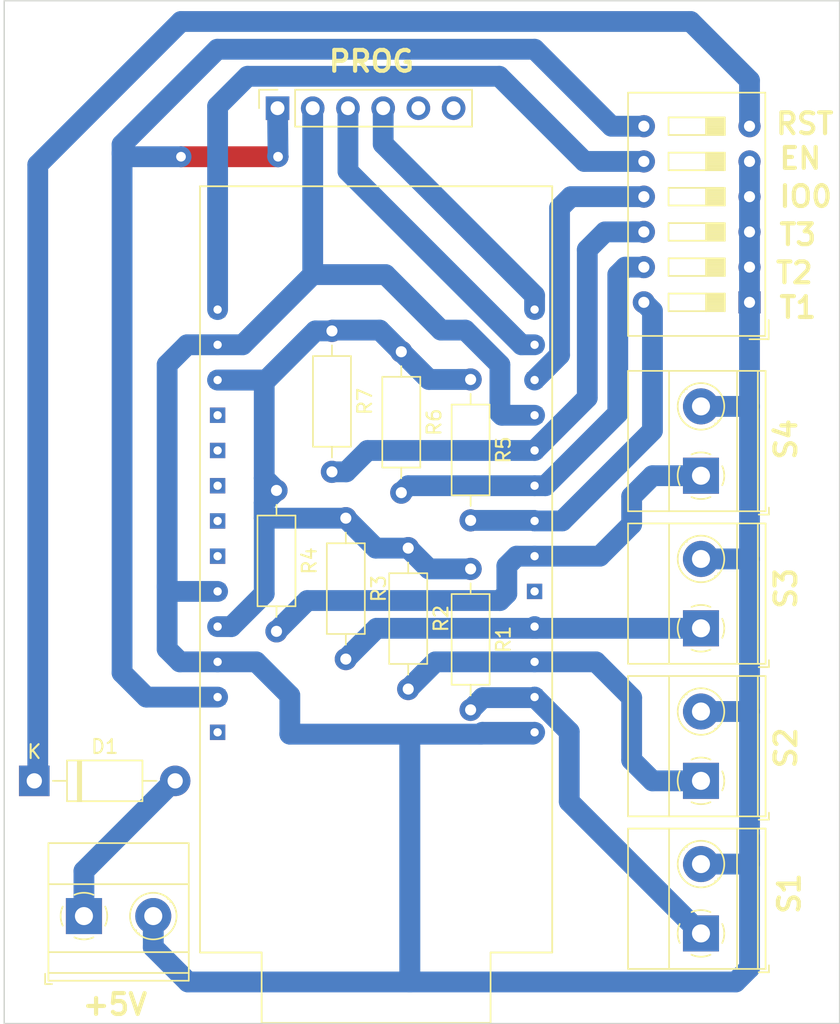
<source format=kicad_pcb>
(kicad_pcb (version 20240108) (generator "pcbnew") (generator_version "8.0")
  (layers (0 "F.Cu" signal) (31 "B.Cu" signal) (34 "B.Paste" user) (35 "F.Paste" user) (36 "B.SilkS" user "B.Silkscreen") (37 "F.SilkS" user "F.Silkscreen") (38 "B.Mask" user) (39 "F.Mask" user) (44 "Edge.Cuts" user))
  (net 0 "")
  (net 1 "S1")
  (net 2 "GND")
  (net 3 "S2")
  (net 4 "S3")
  (net 5 "S4")
  (net 6 "+5V")
  (net 7 "+3.3V")
  (net 8 "SW1")
  (net 9 "SW2")
  (net 10 "SW3")
  (net 11 "EN")
  (net 12 "IO0")
  (net 13 "RX")
  (net 14 "TX")
  (net 15 "RST")
  (net 16 "Net-(D1-A)")
  (footprint "Diode_THT:D_DO-41_SOD81_P10.16mm_Horizontal" (layer "F.Cu") (at 20.835 71.835)
    (property "Reference" "D1" (at 5.08 -2.47 0) (layer "F.SilkS"))
    (property "Value" "1N4007")
    (fp_line (start 1.34 0) (end 2.36 0) (stroke (width 0.12)) (layer "F.SilkS"))
    (fp_line (start 2.36 -1.47) (end 2.36 1.47) (stroke (width 0.12)) (layer "F.SilkS"))
    (fp_line (start 2.36 1.47) (end 7.8 1.47) (stroke (width 0.12)) (layer "F.SilkS"))
    (fp_line (start 3.14 -1.47) (end 3.14 1.47) (stroke (width 0.12)) (layer "F.SilkS"))
    (fp_line (start 3.26 -1.47) (end 3.26 1.47) (stroke (width 0.12)) (layer "F.SilkS"))
    (fp_line (start 3.38 -1.47) (end 3.38 1.47) (stroke (width 0.12)) (layer "F.SilkS"))
    (fp_line (start 7.8 -1.47) (end 2.36 -1.47) (stroke (width 0.12)) (layer "F.SilkS"))
    (fp_line (start 7.8 1.47) (end 7.8 -1.47) (stroke (width 0.12)) (layer "F.SilkS"))
    (fp_line (start 8.82 0) (end 7.8 0) (stroke (width 0.12)) (layer "F.SilkS"))
    (fp_text user "K" (at 0 -2.1 0) (layer "F.SilkS"))
    (pad "1" thru_hole rect (at 0 0) (size 2.2 2.2) (drill 1.1) (layers "*.Cu" "*.Mask") (net 6 "+5V"))
    (pad "2" thru_hole oval (at 10.16 0) (size 2.2 2.2) (drill 1.1) (layers "*.Cu" "*.Mask") (net 16 "Net-(D1-A)"))
  )
  (footprint "Resistor_THT:R_Axial_DIN0207_L6.3mm_D2.5mm_P10.16mm_Horizontal" (layer "F.Cu") (at 42.3015 39.395 -90)
    (property "Reference" "R7" (at 5.08 -2.37 90) (layer "F.SilkS"))
    (property "Value" "1k")
    (fp_line (start 1.81 1.37) (end 8.35 1.37) (stroke (width 0.12)) (layer "F.SilkS"))
    (fp_line (start 8.35 1.37) (end 8.35 -1.37) (stroke (width 0.12)) (layer "F.SilkS"))
    (fp_line (start 1.04 0) (end 1.81 0) (stroke (width 0.12)) (layer "F.SilkS"))
    (fp_line (start 9.12 0) (end 8.35 0) (stroke (width 0.12)) (layer "F.SilkS"))
    (fp_line (start 1.81 -1.37) (end 1.81 1.37) (stroke (width 0.12)) (layer "F.SilkS"))
    (fp_line (start 8.35 -1.37) (end 1.81 -1.37) (stroke (width 0.12)) (layer "F.SilkS"))
    (pad "1" thru_hole circle (at 0 0 270) (size 1.6 1.6) (drill 0.8) (layers "*.Cu" "*.Mask") (net 7 "+3.3V"))
    (pad "2" thru_hole oval (at 10.16 0 270) (size 1.6 1.6) (drill 0.8) (layers "*.Cu" "*.Mask") (net 10 "SW3"))
  )
  (footprint "TerminalBlock_Phoenix:TerminalBlock_Phoenix_MKDS-1,5-2_1x02_P5.00mm_Horizontal" (layer "F.Cu") (at 68.915 60.835 90)
    (property "Reference" "J3" (hide yes))
    (property "Value" "Screw_Terminal_01x02")
    (fp_line (start 7.56 -5.261) (end 7.56 4.66) (stroke (width 0.12)) (layer "F.SilkS"))
    (fp_line (start -2.56 -5.261) (end 7.56 -5.261) (stroke (width 0.12)) (layer "F.SilkS"))
    (fp_line (start -2.56 -5.261) (end -2.56 4.66) (stroke (width 0.12)) (layer "F.SilkS"))
    (fp_line (start -2.56 -2.301) (end 7.56 -2.301) (stroke (width 0.12)) (layer "F.SilkS"))
    (fp_line (start 6.07 -1.275) (end 6.035 -1.239) (stroke (width 0.12)) (layer "F.SilkS"))
    (fp_line (start 6.275 -1.069) (end 6.228 -1.023) (stroke (width 0.12)) (layer "F.SilkS"))
    (fp_line (start 3.773 1.023) (end 3.726 1.069) (stroke (width 0.12)) (layer "F.SilkS"))
    (fp_line (start 3.966 1.239) (end 3.931 1.274) (stroke (width 0.12)) (layer "F.SilkS"))
    (fp_line (start -2.56 2.6) (end 7.56 2.6) (stroke (width 0.12)) (layer "F.SilkS"))
    (fp_line (start -2.56 4.1) (end 7.56 4.1) (stroke (width 0.12)) (layer "F.SilkS"))
    (fp_line (start -2.8 4.16) (end -2.8 4.9) (stroke (width 0.12)) (layer "F.SilkS"))
    (fp_line (start -2.56 4.66) (end 7.56 4.66) (stroke (width 0.12)) (layer "F.SilkS"))
    (fp_line (start -2.8 4.9) (end -2.3 4.9) (stroke (width 0.12)) (layer "F.SilkS"))
    (fp_arc (start -0.683042 -1.535427) (mid 0.000524 -1.680501) (end 0.684 -1.535) (stroke (width 0.12)) (layer "F.SilkS"))
    (fp_arc (start 1.535427 -0.683042) (mid 1.680501 0.000524) (end 1.535 0.684) (stroke (width 0.12)) (layer "F.SilkS"))
    (fp_arc (start -1.535427 0.683042) (mid -1.680501 -0.000524) (end -1.535 -0.684) (stroke (width 0.12)) (layer "F.SilkS"))
    (fp_arc (start 0.683318 1.534756) (mid 0.349292 1.643288) (end 0 1.68) (stroke (width 0.12)) (layer "F.SilkS"))
    (fp_arc (start 0.028805 1.680253) (mid -0.335551 1.646659) (end -0.684 1.535) (stroke (width 0.12)) (layer "F.SilkS"))
    (fp_circle (center 5 0) (end 6.68 0) (stroke (width 0.12)) (fill none) (layer "F.SilkS"))
    (pad "1" thru_hole rect (at 0 0 90) (size 2.6 2.6) (drill 1.3) (layers "*.Cu" "*.Mask") (net 4 "S3"))
    (pad "2" thru_hole circle (at 5 0 90) (size 2.6 2.6) (drill 1.3) (layers "*.Cu" "*.Mask") (net 2 "GND"))
  )
  (footprint "TerminalBlock_Phoenix:TerminalBlock_Phoenix_MKDS-1,5-2_1x02_P5.00mm_Horizontal" (layer "F.Cu") (at 68.915 49.835 90)
    (property "Reference" "J4" (hide yes))
    (property "Value" "Screw_Terminal_01x02")
    (fp_line (start 7.56 -5.261) (end 7.56 4.66) (stroke (width 0.12)) (layer "F.SilkS"))
    (fp_line (start -2.56 -5.261) (end 7.56 -5.261) (stroke (width 0.12)) (layer "F.SilkS"))
    (fp_line (start -2.56 -5.261) (end -2.56 4.66) (stroke (width 0.12)) (layer "F.SilkS"))
    (fp_line (start -2.56 -2.301) (end 7.56 -2.301) (stroke (width 0.12)) (layer "F.SilkS"))
    (fp_line (start 6.07 -1.275) (end 6.035 -1.239) (stroke (width 0.12)) (layer "F.SilkS"))
    (fp_line (start 6.275 -1.069) (end 6.228 -1.023) (stroke (width 0.12)) (layer "F.SilkS"))
    (fp_line (start 3.773 1.023) (end 3.726 1.069) (stroke (width 0.12)) (layer "F.SilkS"))
    (fp_line (start 3.966 1.239) (end 3.931 1.274) (stroke (width 0.12)) (layer "F.SilkS"))
    (fp_line (start -2.56 2.6) (end 7.56 2.6) (stroke (width 0.12)) (layer "F.SilkS"))
    (fp_line (start -2.56 4.1) (end 7.56 4.1) (stroke (width 0.12)) (layer "F.SilkS"))
    (fp_line (start -2.8 4.16) (end -2.8 4.9) (stroke (width 0.12)) (layer "F.SilkS"))
    (fp_line (start -2.56 4.66) (end 7.56 4.66) (stroke (width 0.12)) (layer "F.SilkS"))
    (fp_line (start -2.8 4.9) (end -2.3 4.9) (stroke (width 0.12)) (layer "F.SilkS"))
    (fp_arc (start -0.683042 -1.535427) (mid 0.000524 -1.680501) (end 0.684 -1.535) (stroke (width 0.12)) (layer "F.SilkS"))
    (fp_arc (start 1.535427 -0.683042) (mid 1.680501 0.000524) (end 1.535 0.684) (stroke (width 0.12)) (layer "F.SilkS"))
    (fp_arc (start -1.535427 0.683042) (mid -1.680501 -0.000524) (end -1.535 -0.684) (stroke (width 0.12)) (layer "F.SilkS"))
    (fp_arc (start 0.683318 1.534756) (mid 0.349292 1.643288) (end 0 1.68) (stroke (width 0.12)) (layer "F.SilkS"))
    (fp_arc (start 0.028805 1.680253) (mid -0.335551 1.646659) (end -0.684 1.535) (stroke (width 0.12)) (layer "F.SilkS"))
    (fp_circle (center 5 0) (end 6.68 0) (stroke (width 0.12)) (fill none) (layer "F.SilkS"))
    (pad "1" thru_hole rect (at 0 0 90) (size 2.6 2.6) (drill 1.3) (layers "*.Cu" "*.Mask") (net 5 "S4"))
    (pad "2" thru_hole circle (at 5 0 90) (size 2.6 2.6) (drill 1.3) (layers "*.Cu" "*.Mask") (net 2 "GND"))
  )
  (footprint "TerminalBlock_Phoenix:TerminalBlock_Phoenix_MKDS-1,5-2_1x02_P5.00mm_Horizontal" (layer "F.Cu") (at 68.915 82.835 90)
    (property "Reference" "J1" (hide yes))
    (property "Value" "Screw_Terminal_01x02")
    (fp_line (start 7.56 -5.261) (end 7.56 4.66) (stroke (width 0.12)) (layer "F.SilkS"))
    (fp_line (start -2.56 -5.261) (end 7.56 -5.261) (stroke (width 0.12)) (layer "F.SilkS"))
    (fp_line (start -2.56 -5.261) (end -2.56 4.66) (stroke (width 0.12)) (layer "F.SilkS"))
    (fp_line (start -2.56 -2.301) (end 7.56 -2.301) (stroke (width 0.12)) (layer "F.SilkS"))
    (fp_line (start 6.07 -1.275) (end 6.035 -1.239) (stroke (width 0.12)) (layer "F.SilkS"))
    (fp_line (start 6.275 -1.069) (end 6.228 -1.023) (stroke (width 0.12)) (layer "F.SilkS"))
    (fp_line (start 3.773 1.023) (end 3.726 1.069) (stroke (width 0.12)) (layer "F.SilkS"))
    (fp_line (start 3.966 1.239) (end 3.931 1.274) (stroke (width 0.12)) (layer "F.SilkS"))
    (fp_line (start -2.56 2.6) (end 7.56 2.6) (stroke (width 0.12)) (layer "F.SilkS"))
    (fp_line (start -2.56 4.1) (end 7.56 4.1) (stroke (width 0.12)) (layer "F.SilkS"))
    (fp_line (start -2.8 4.16) (end -2.8 4.9) (stroke (width 0.12)) (layer "F.SilkS"))
    (fp_line (start -2.56 4.66) (end 7.56 4.66) (stroke (width 0.12)) (layer "F.SilkS"))
    (fp_line (start -2.8 4.9) (end -2.3 4.9) (stroke (width 0.12)) (layer "F.SilkS"))
    (fp_arc (start -0.683042 -1.535427) (mid 0.000524 -1.680501) (end 0.684 -1.535) (stroke (width 0.12)) (layer "F.SilkS"))
    (fp_arc (start 1.535427 -0.683042) (mid 1.680501 0.000524) (end 1.535 0.684) (stroke (width 0.12)) (layer "F.SilkS"))
    (fp_arc (start -1.535427 0.683042) (mid -1.680501 -0.000524) (end -1.535 -0.684) (stroke (width 0.12)) (layer "F.SilkS"))
    (fp_arc (start 0.683318 1.534756) (mid 0.349292 1.643288) (end 0 1.68) (stroke (width 0.12)) (layer "F.SilkS"))
    (fp_arc (start 0.028805 1.680253) (mid -0.335551 1.646659) (end -0.684 1.535) (stroke (width 0.12)) (layer "F.SilkS"))
    (fp_circle (center 5 0) (end 6.68 0) (stroke (width 0.12)) (fill none) (layer "F.SilkS"))
    (pad "1" thru_hole rect (at 0 0 90) (size 2.6 2.6) (drill 1.3) (layers "*.Cu" "*.Mask") (net 1 "S1"))
    (pad "2" thru_hole circle (at 5 0 90) (size 2.6 2.6) (drill 1.3) (layers "*.Cu" "*.Mask") (net 2 "GND"))
  )
  (footprint "TerminalBlock_Phoenix:TerminalBlock_Phoenix_MKDS-1,5-2_1x02_P5.00mm_Horizontal" (layer "F.Cu") (at 24.415 81.585)
    (property "Reference" "J5" (hide yes))
    (property "Value" "Screw_Terminal_01x02")
    (fp_line (start -2.8 4.16) (end -2.8 4.9) (stroke (width 0.12)) (layer "F.SilkS"))
    (fp_line (start -2.8 4.9) (end -2.3 4.9) (stroke (width 0.12)) (layer "F.SilkS"))
    (fp_line (start -2.56 -5.261) (end -2.56 4.66) (stroke (width 0.12)) (layer "F.SilkS"))
    (fp_line (start -2.56 -5.261) (end 7.56 -5.261) (stroke (width 0.12)) (layer "F.SilkS"))
    (fp_line (start -2.56 -2.301) (end 7.56 -2.301) (stroke (width 0.12)) (layer "F.SilkS"))
    (fp_line (start -2.56 2.6) (end 7.56 2.6) (stroke (width 0.12)) (layer "F.SilkS"))
    (fp_line (start -2.56 4.1) (end 7.56 4.1) (stroke (width 0.12)) (layer "F.SilkS"))
    (fp_line (start -2.56 4.66) (end 7.56 4.66) (stroke (width 0.12)) (layer "F.SilkS"))
    (fp_line (start 3.773 1.023) (end 3.726 1.069) (stroke (width 0.12)) (layer "F.SilkS"))
    (fp_line (start 3.966 1.239) (end 3.931 1.274) (stroke (width 0.12)) (layer "F.SilkS"))
    (fp_line (start 6.07 -1.275) (end 6.035 -1.239) (stroke (width 0.12)) (layer "F.SilkS"))
    (fp_line (start 6.275 -1.069) (end 6.228 -1.023) (stroke (width 0.12)) (layer "F.SilkS"))
    (fp_line (start 7.56 -5.261) (end 7.56 4.66) (stroke (width 0.12)) (layer "F.SilkS"))
    (fp_arc (start -1.535427 0.683042) (mid -1.680501 -0.000524) (end -1.535 -0.684) (stroke (width 0.12)) (layer "F.SilkS"))
    (fp_arc (start -0.683042 -1.535427) (mid 0.000524 -1.680501) (end 0.684 -1.535) (stroke (width 0.12)) (layer "F.SilkS"))
    (fp_arc (start 0.028805 1.680253) (mid -0.335551 1.646659) (end -0.684 1.535) (stroke (width 0.12)) (layer "F.SilkS"))
    (fp_arc (start 0.683318 1.534756) (mid 0.349292 1.643288) (end 0 1.68) (stroke (width 0.12)) (layer "F.SilkS"))
    (fp_arc (start 1.535427 -0.683042) (mid 1.680501 0.000524) (end 1.535 0.684) (stroke (width 0.12)) (layer "F.SilkS"))
    (fp_circle (center 5 0) (end 6.68 0) (stroke (width 0.12)) (fill none) (layer "F.SilkS"))
    (pad "1" thru_hole rect (at 0 0) (size 2.6 2.6) (drill 1.3) (layers "*.Cu" "*.Mask") (net 16 "Net-(D1-A)"))
    (pad "2" thru_hole circle (at 5 0) (size 2.6 2.6) (drill 1.3) (layers "*.Cu" "*.Mask") (net 2 "GND"))
  )
  (footprint "Resistor_THT:R_Axial_DIN0207_L6.3mm_D2.5mm_P10.16mm_Horizontal" (layer "F.Cu") (at 47.8015 55.055 -90)
    (property "Reference" "R2" (at 5.08 -2.37 90) (layer "F.SilkS"))
    (property "Value" "1k")
    (fp_line (start 1.81 1.37) (end 8.35 1.37) (stroke (width 0.12)) (layer "F.SilkS"))
    (fp_line (start 8.35 1.37) (end 8.35 -1.37) (stroke (width 0.12)) (layer "F.SilkS"))
    (fp_line (start 1.04 0) (end 1.81 0) (stroke (width 0.12)) (layer "F.SilkS"))
    (fp_line (start 9.12 0) (end 8.35 0) (stroke (width 0.12)) (layer "F.SilkS"))
    (fp_line (start 1.81 -1.37) (end 1.81 1.37) (stroke (width 0.12)) (layer "F.SilkS"))
    (fp_line (start 8.35 -1.37) (end 1.81 -1.37) (stroke (width 0.12)) (layer "F.SilkS"))
    (pad "1" thru_hole circle (at 0 0 270) (size 1.6 1.6) (drill 0.8) (layers "*.Cu" "*.Mask") (net 7 "+3.3V"))
    (pad "2" thru_hole oval (at 10.16 0 270) (size 1.6 1.6) (drill 0.8) (layers "*.Cu" "*.Mask") (net 3 "S2"))
  )
  (footprint "Resistor_THT:R_Axial_DIN0207_L6.3mm_D2.5mm_P10.16mm_Horizontal" (layer "F.Cu") (at 43.3015 52.895 -90)
    (property "Reference" "R3" (at 5.08 -2.37 90) (layer "F.SilkS"))
    (property "Value" "1k")
    (fp_line (start 1.81 1.37) (end 8.35 1.37) (stroke (width 0.12)) (layer "F.SilkS"))
    (fp_line (start 8.35 1.37) (end 8.35 -1.37) (stroke (width 0.12)) (layer "F.SilkS"))
    (fp_line (start 1.04 0) (end 1.81 0) (stroke (width 0.12)) (layer "F.SilkS"))
    (fp_line (start 9.12 0) (end 8.35 0) (stroke (width 0.12)) (layer "F.SilkS"))
    (fp_line (start 1.81 -1.37) (end 1.81 1.37) (stroke (width 0.12)) (layer "F.SilkS"))
    (fp_line (start 8.35 -1.37) (end 1.81 -1.37) (stroke (width 0.12)) (layer "F.SilkS"))
    (pad "1" thru_hole circle (at 0 0 270) (size 1.6 1.6) (drill 0.8) (layers "*.Cu" "*.Mask") (net 7 "+3.3V"))
    (pad "2" thru_hole oval (at 10.16 0 270) (size 1.6 1.6) (drill 0.8) (layers "*.Cu" "*.Mask") (net 4 "S3"))
  )
  (footprint "Resistor_THT:R_Axial_DIN0207_L6.3mm_D2.5mm_P10.16mm_Horizontal" (layer "F.Cu") (at 47.3015 40.895 -90)
    (property "Reference" "R6" (at 5.08 -2.37 90) (layer "F.SilkS"))
    (property "Value" "1k")
    (fp_line (start 1.81 1.37) (end 8.35 1.37) (stroke (width 0.12)) (layer "F.SilkS"))
    (fp_line (start 8.35 1.37) (end 8.35 -1.37) (stroke (width 0.12)) (layer "F.SilkS"))
    (fp_line (start 1.04 0) (end 1.81 0) (stroke (width 0.12)) (layer "F.SilkS"))
    (fp_line (start 9.12 0) (end 8.35 0) (stroke (width 0.12)) (layer "F.SilkS"))
    (fp_line (start 1.81 -1.37) (end 1.81 1.37) (stroke (width 0.12)) (layer "F.SilkS"))
    (fp_line (start 8.35 -1.37) (end 1.81 -1.37) (stroke (width 0.12)) (layer "F.SilkS"))
    (pad "1" thru_hole circle (at 0 0 270) (size 1.6 1.6) (drill 0.8) (layers "*.Cu" "*.Mask") (net 7 "+3.3V"))
    (pad "2" thru_hole oval (at 10.16 0 270) (size 1.6 1.6) (drill 0.8) (layers "*.Cu" "*.Mask") (net 9 "SW2"))
  )
  (footprint "Connector_PinSocket_2.54mm:PinSocket_1x06_P2.54mm_Vertical" (layer "F.Cu") (at 38.375 23.335 90)
    (property "Reference" "J6" (hide yes))
    (property "Value" "Conn_01x06")
    (fp_line (start 1.33 -1.33) (end 1.33 0) (stroke (width 0.12)) (layer "F.SilkS"))
    (fp_line (start 0 -1.33) (end 1.33 -1.33) (stroke (width 0.12)) (layer "F.SilkS"))
    (fp_line (start 1.33 1.27) (end 1.33 14.03) (stroke (width 0.12)) (layer "F.SilkS"))
    (fp_line (start -1.33 1.27) (end 1.33 1.27) (stroke (width 0.12)) (layer "F.SilkS"))
    (fp_line (start -1.33 1.27) (end -1.33 14.03) (stroke (width 0.12)) (layer "F.SilkS"))
    (fp_line (start -1.33 14.03) (end 1.33 14.03) (stroke (width 0.12)) (layer "F.SilkS"))
    (pad "1" thru_hole rect (at 0 0 90) (size 1.7 1.7) (drill 1) (layers "*.Cu" "*.Mask") (net 15 "RST"))
    (pad "2" thru_hole oval (at 0 2.54 90) (size 1.7 1.7) (drill 1) (layers "*.Cu" "*.Mask") (net 2 "GND"))
    (pad "3" thru_hole oval (at 0 5.08 90) (size 1.7 1.7) (drill 1) (layers "*.Cu" "*.Mask") (net 13 "RX"))
    (pad "4" thru_hole oval (at 0 7.62 90) (size 1.7 1.7) (drill 1) (layers "*.Cu" "*.Mask") (net 14 "TX"))
    (pad "5" thru_hole oval (at 0 10.16 90) (size 1.7 1.7) (drill 1) (layers "*.Cu" "*.Mask"))
    (pad "6" thru_hole oval (at 0 12.7 90) (size 1.7 1.7) (drill 1) (layers "*.Cu" "*.Mask"))
  )
  (footprint "Button_Switch_THT:SW_DIP_SPSTx06_Slide_9.78x17.42mm_W7.62mm_P2.54mm" (layer "F.Cu") (at 72.415 37.335 180)
    (property "Reference" "SW1" (hide yes))
    (property "Value" "SW_DIP_x06")
    (fp_line (start 8.76 -2.42) (end 8.76 15.12) (stroke (width 0.12)) (layer "F.SilkS"))
    (fp_line (start 5.84 13.335) (end 5.84 12.065) (stroke (width 0.12)) (layer "F.SilkS"))
    (fp_line (start 5.84 12.065) (end 1.78 12.065) (stroke (width 0.12)) (layer "F.SilkS"))
    (fp_line (start 5.84 10.795) (end 5.84 9.525) (stroke (width 0.12)) (layer "F.SilkS"))
    (fp_line (start 5.84 9.525) (end 1.78 9.525) (stroke (width 0.12)) (layer "F.SilkS"))
    (fp_line (start 5.84 8.255) (end 5.84 6.985) (stroke (width 0.12)) (layer "F.SilkS"))
    (fp_line (start 5.84 6.985) (end 1.78 6.985) (stroke (width 0.12)) (layer "F.SilkS"))
    (fp_line (start 5.84 5.715) (end 5.84 4.445) (stroke (width 0.12)) (layer "F.SilkS"))
    (fp_line (start 5.84 4.445) (end 1.78 4.445) (stroke (width 0.12)) (layer "F.SilkS"))
    (fp_line (start 5.84 3.175) (end 5.84 1.905) (stroke (width 0.12)) (layer "F.SilkS"))
    (fp_line (start 5.84 1.905) (end 1.78 1.905) (stroke (width 0.12)) (layer "F.SilkS"))
    (fp_line (start 5.84 0.635) (end 5.84 -0.635) (stroke (width 0.12)) (layer "F.SilkS"))
    (fp_line (start 5.84 -0.635) (end 1.78 -0.635) (stroke (width 0.12)) (layer "F.SilkS"))
    (fp_line (start 3.133333 12.065) (end 3.133333 13.335) (stroke (width 0.12)) (layer "F.SilkS"))
    (fp_line (start 3.133333 9.525) (end 3.133333 10.795) (stroke (width 0.12)) (layer "F.SilkS"))
    (fp_line (start 3.133333 6.985) (end 3.133333 8.255) (stroke (width 0.12)) (layer "F.SilkS"))
    (fp_line (start 3.133333 4.445) (end 3.133333 5.715) (stroke (width 0.12)) (layer "F.SilkS"))
    (fp_line (start 3.133333 1.905) (end 3.133333 3.175) (stroke (width 0.12)) (layer "F.SilkS"))
    (fp_line (start 3.133333 -0.635) (end 3.133333 0.635) (stroke (width 0.12)) (layer "F.SilkS"))
    (fp_line (start 1.78 13.335) (end 5.84 13.335) (stroke (width 0.12)) (layer "F.SilkS"))
    (fp_line (start 1.78 13.265) (end 3.133333 13.265) (stroke (width 0.12)) (layer "F.SilkS"))
    (fp_line (start 1.78 13.145) (end 3.133333 13.145) (stroke (width 0.12)) (layer "F.SilkS"))
    (fp_line (start 1.78 13.025) (end 3.133333 13.025) (stroke (width 0.12)) (layer "F.SilkS"))
    (fp_line (start 1.78 12.905) (end 3.133333 12.905) (stroke (width 0.12)) (layer "F.SilkS"))
    (fp_line (start 1.78 12.785) (end 3.133333 12.785) (stroke (width 0.12)) (layer "F.SilkS"))
    (fp_line (start 1.78 12.665) (end 3.133333 12.665) (stroke (width 0.12)) (layer "F.SilkS"))
    (fp_line (start 1.78 12.545) (end 3.133333 12.545) (stroke (width 0.12)) (layer "F.SilkS"))
    (fp_line (start 1.78 12.425) (end 3.133333 12.425) (stroke (width 0.12)) (layer "F.SilkS"))
    (fp_line (start 1.78 12.305) (end 3.133333 12.305) (stroke (width 0.12)) (layer "F.SilkS"))
    (fp_line (start 1.78 12.185) (end 3.133333 12.185) (stroke (width 0.12)) (layer "F.SilkS"))
    (fp_line (start 1.78 12.065) (end 1.78 13.335) (stroke (width 0.12)) (layer "F.SilkS"))
    (fp_line (start 1.78 10.795) (end 5.84 10.795) (stroke (width 0.12)) (layer "F.SilkS"))
    (fp_line (start 1.78 10.725) (end 3.133333 10.725) (stroke (width 0.12)) (layer "F.SilkS"))
    (fp_line (start 1.78 10.605) (end 3.133333 10.605) (stroke (width 0.12)) (layer "F.SilkS"))
    (fp_line (start 1.78 10.485) (end 3.133333 10.485) (stroke (width 0.12)) (layer "F.SilkS"))
    (fp_line (start 1.78 10.365) (end 3.133333 10.365) (stroke (width 0.12)) (layer "F.SilkS"))
    (fp_line (start 1.78 10.245) (end 3.133333 10.245) (stroke (width 0.12)) (layer "F.SilkS"))
    (fp_line (start 1.78 10.125) (end 3.133333 10.125) (stroke (width 0.12)) (layer "F.SilkS"))
    (fp_line (start 1.78 10.005) (end 3.133333 10.005) (stroke (width 0.12)) (layer "F.SilkS"))
    (fp_line (start 1.78 9.885) (end 3.133333 9.885) (stroke (width 0.12)) (layer "F.SilkS"))
    (fp_line (start 1.78 9.765) (end 3.133333 9.765) (stroke (width 0.12)) (layer "F.SilkS"))
    (fp_line (start 1.78 9.645) (end 3.133333 9.645) (stroke (width 0.12)) (layer "F.SilkS"))
    (fp_line (start 1.78 9.525) (end 1.78 10.795) (stroke (width 0.12)) (layer "F.SilkS"))
    (fp_line (start 1.78 8.255) (end 5.84 8.255) (stroke (width 0.12)) (layer "F.SilkS"))
    (fp_line (start 1.78 8.185) (end 3.133333 8.185) (stroke (width 0.12)) (layer "F.SilkS"))
    (fp_line (start 1.78 8.065) (end 3.133333 8.065) (stroke (width 0.12)) (layer "F.SilkS"))
    (fp_line (start 1.78 7.945) (end 3.133333 7.945) (stroke (width 0.12)) (layer "F.SilkS"))
    (fp_line (start 1.78 7.825) (end 3.133333 7.825) (stroke (width 0.12)) (layer "F.SilkS"))
    (fp_line (start 1.78 7.705) (end 3.133333 7.705) (stroke (width 0.12)) (layer "F.SilkS"))
    (fp_line (start 1.78 7.585) (end 3.133333 7.585) (stroke (width 0.12)) (layer "F.SilkS"))
    (fp_line (start 1.78 7.465) (end 3.133333 7.465) (stroke (width 0.12)) (layer "F.SilkS"))
    (fp_line (start 1.78 7.345) (end 3.133333 7.345) (stroke (width 0.12)) (layer "F.SilkS"))
    (fp_line (start 1.78 7.225) (end 3.133333 7.225) (stroke (width 0.12)) (layer "F.SilkS"))
    (fp_line (start 1.78 7.105) (end 3.133333 7.105) (stroke (width 0.12)) (layer "F.SilkS"))
    (fp_line (start 1.78 6.985) (end 1.78 8.255) (stroke (width 0.12)) (layer "F.SilkS"))
    (fp_line (start 1.78 5.715) (end 5.84 5.715) (stroke (width 0.12)) (layer "F.SilkS"))
    (fp_line (start 1.78 5.645) (end 3.133333 5.645) (stroke (width 0.12)) (layer "F.SilkS"))
    (fp_line (start 1.78 5.525) (end 3.133333 5.525) (stroke (width 0.12)) (layer "F.SilkS"))
    (fp_line (start 1.78 5.405) (end 3.133333 5.405) (stroke (width 0.12)) (layer "F.SilkS"))
    (fp_line (start 1.78 5.285) (end 3.133333 5.285) (stroke (width 0.12)) (layer "F.SilkS"))
    (fp_line (start 1.78 5.165) (end 3.133333 5.165) (stroke (width 0.12)) (layer "F.SilkS"))
    (fp_line (start 1.78 5.045) (end 3.133333 5.045) (stroke (width 0.12)) (layer "F.SilkS"))
    (fp_line (start 1.78 4.925) (end 3.133333 4.925) (stroke (width 0.12)) (layer "F.SilkS"))
    (fp_line (start 1.78 4.805) (end 3.133333 4.805) (stroke (width 0.12)) (layer "F.SilkS"))
    (fp_line (start 1.78 4.685) (end 3.133333 4.685) (stroke (width 0.12)) (layer "F.SilkS"))
    (fp_line (start 1.78 4.565) (end 3.133333 4.565) (stroke (width 0.12)) (layer "F.SilkS"))
    (fp_line (start 1.78 4.445) (end 1.78 5.715) (stroke (width 0.12)) (layer "F.SilkS"))
    (fp_line (start 1.78 3.175) (end 5.84 3.175) (stroke (width 0.12)) (layer "F.SilkS"))
    (fp_line (start 1.78 3.105) (end 3.133333 3.105) (stroke (width 0.12)) (layer "F.SilkS"))
    (fp_line (start 1.78 2.985) (end 3.133333 2.985) (stroke (width 0.12)) (layer "F.SilkS"))
    (fp_line (start 1.78 2.865) (end 3.133333 2.865) (stroke (width 0.12)) (layer "F.SilkS"))
    (fp_line (start 1.78 2.745) (end 3.133333 2.745) (stroke (width 0.12)) (layer "F.SilkS"))
    (fp_line (start 1.78 2.625) (end 3.133333 2.625) (stroke (width 0.12)) (layer "F.SilkS"))
    (fp_line (start 1.78 2.505) (end 3.133333 2.505) (stroke (width 0.12)) (layer "F.SilkS"))
    (fp_line (start 1.78 2.385) (end 3.133333 2.385) (stroke (width 0.12)) (layer "F.SilkS"))
    (fp_line (start 1.78 2.265) (end 3.133333 2.265) (stroke (width 0.12)) (layer "F.SilkS"))
    (fp_line (start 1.78 2.145) (end 3.133333 2.145) (stroke (width 0.12)) (layer "F.SilkS"))
    (fp_line (start 1.78 2.025) (end 3.133333 2.025) (stroke (width 0.12)) (layer "F.SilkS"))
    (fp_line (start 1.78 1.905) (end 1.78 3.175) (stroke (width 0.12)) (layer "F.SilkS"))
    (fp_line (start 1.78 0.635) (end 5.84 0.635) (stroke (width 0.12)) (layer "F.SilkS"))
    (fp_line (start 1.78 0.565) (end 3.133333 0.565) (stroke (width 0.12)) (layer "F.SilkS"))
    (fp_line (start 1.78 0.445) (end 3.133333 0.445) (stroke (width 0.12)) (layer "F.SilkS"))
    (fp_line (start 1.78 0.325) (end 3.133333 0.325) (stroke (width 0.12)) (layer "F.SilkS"))
    (fp_line (start 1.78 0.205) (end 3.133333 0.205) (stroke (width 0.12)) (layer "F.SilkS"))
    (fp_line (start 1.78 0.085) (end 3.133333 0.085) (stroke (width 0.12)) (layer "F.SilkS"))
    (fp_line (start 1.78 -0.035) (end 3.133333 -0.035) (stroke (width 0.12)) (layer "F.SilkS"))
    (fp_line (start 1.78 -0.155) (end 3.133333 -0.155) (stroke (width 0.12)) (layer "F.SilkS"))
    (fp_line (start 1.78 -0.275) (end 3.133333 -0.275) (stroke (width 0.12)) (layer "F.SilkS"))
    (fp_line (start 1.78 -0.395) (end 3.133333 -0.395) (stroke (width 0.12)) (layer "F.SilkS"))
    (fp_line (start 1.78 -0.515) (end 3.133333 -0.515) (stroke (width 0.12)) (layer "F.SilkS"))
    (fp_line (start 1.78 -0.635) (end 1.78 0.635) (stroke (width 0.12)) (layer "F.SilkS"))
    (fp_line (start -1.14 15.12) (end 8.76 15.12) (stroke (width 0.12)) (layer "F.SilkS"))
    (fp_line (start -1.14 -2.42) (end 8.76 -2.42) (stroke (width 0.12)) (layer "F.SilkS"))
    (fp_line (start -1.14 -2.42) (end -1.14 15.12) (stroke (width 0.12)) (layer "F.SilkS"))
    (fp_line (start -1.38 -2.66) (end 0.004 -2.66) (stroke (width 0.12)) (layer "F.SilkS"))
    (fp_line (start -1.38 -2.66) (end -1.38 -1.277) (stroke (width 0.12)) (layer "F.SilkS"))
    (pad "1" thru_hole rect (at 0 0 180) (size 1.6 1.6) (drill 0.8) (layers "*.Cu" "*.Mask") (net 2 "GND"))
    (pad "2" thru_hole oval (at 0 2.54 180) (size 1.6 1.6) (drill 0.8) (layers "*.Cu" "*.Mask") (net 2 "GND"))
    (pad "3" thru_hole oval (at 0 5.08 180) (size 1.6 1.6) (drill 0.8) (layers "*.Cu" "*.Mask") (net 2 "GND"))
    (pad "4" thru_hole oval (at 0 7.62 180) (size 1.6 1.6) (drill 0.8) (layers "*.Cu" "*.Mask") (net 2 "GND"))
    (pad "5" thru_hole oval (at 0 10.16 180) (size 1.6 1.6) (drill 0.8) (layers "*.Cu" "*.Mask") (net 2 "GND"))
    (pad "6" thru_hole oval (at 0 12.7 180) (size 1.6 1.6) (drill 0.8) (layers "*.Cu" "*.Mask") (net 6 "+5V"))
    (pad "7" thru_hole oval (at 7.62 12.7 180) (size 1.6 1.6) (drill 0.8) (layers "*.Cu" "*.Mask") (net 15 "RST"))
    (pad "8" thru_hole oval (at 7.62 10.16 180) (size 1.6 1.6) (drill 0.8) (layers "*.Cu" "*.Mask") (net 11 "EN"))
    (pad "9" thru_hole oval (at 7.62 7.62 180) (size 1.6 1.6) (drill 0.8) (layers "*.Cu" "*.Mask") (net 12 "IO0"))
    (pad "10" thru_hole oval (at 7.62 5.08 180) (size 1.6 1.6) (drill 0.8) (layers "*.Cu" "*.Mask") (net 10 "SW3"))
    (pad "11" thru_hole oval (at 7.62 2.54 180) (size 1.6 1.6) (drill 0.8) (layers "*.Cu" "*.Mask") (net 9 "SW2"))
    (pad "12" thru_hole oval (at 7.62 0 180) (size 1.6 1.6) (drill 0.8) (layers "*.Cu" "*.Mask") (net 8 "SW1"))
  )
  (footprint "Resistor_THT:R_Axial_DIN0207_L6.3mm_D2.5mm_P10.16mm_Horizontal" (layer "F.Cu") (at 52.3015 42.895 -90)
    (property "Reference" "R5" (at 5.08 -2.37 90) (layer "F.SilkS"))
    (property "Value" "1k")
    (fp_line (start 1.81 1.37) (end 8.35 1.37) (stroke (width 0.12)) (layer "F.SilkS"))
    (fp_line (start 8.35 1.37) (end 8.35 -1.37) (stroke (width 0.12)) (layer "F.SilkS"))
    (fp_line (start 1.04 0) (end 1.81 0) (stroke (width 0.12)) (layer "F.SilkS"))
    (fp_line (start 9.12 0) (end 8.35 0) (stroke (width 0.12)) (layer "F.SilkS"))
    (fp_line (start 1.81 -1.37) (end 1.81 1.37) (stroke (width 0.12)) (layer "F.SilkS"))
    (fp_line (start 8.35 -1.37) (end 1.81 -1.37) (stroke (width 0.12)) (layer "F.SilkS"))
    (pad "1" thru_hole circle (at 0 0 270) (size 1.6 1.6) (drill 0.8) (layers "*.Cu" "*.Mask") (net 7 "+3.3V"))
    (pad "2" thru_hole oval (at 10.16 0 270) (size 1.6 1.6) (drill 0.8) (layers "*.Cu" "*.Mask") (net 8 "SW1"))
  )
  (footprint "Componentes:WT32-ETH01" (layer "F.Cu") (at 33.42 37.855)
    (property "Reference" "U1" (hide yes))
    (property "Value" "WT32-ETH01" (hide yes))
    (fp_line (start -0.635 -8.89) (end -0.635 46.355) (stroke (width 0.127)) (layer "F.SilkS"))
    (fp_line (start -0.635 -8.89) (end 24.765 -8.89) (stroke (width 0.127)) (layer "F.SilkS"))
    (fp_line (start -0.635 46.355) (end 3.81 46.355) (stroke (width 0.127)) (layer "F.SilkS"))
    (fp_line (start 3.81 46.355) (end 3.81 51.435) (stroke (width 0.127)) (layer "F.SilkS"))
    (fp_line (start 3.81 51.435) (end 20.32 51.435) (stroke (width 0.127)) (layer "F.SilkS"))
    (fp_line (start 20.32 51.435) (end 20.32 46.355) (stroke (width 0.127)) (layer "F.SilkS"))
    (fp_line (start 24.765 -8.89) (end 24.765 46.355) (stroke (width 0.127)) (layer "F.SilkS"))
    (fp_line (start 24.765 46.355) (end 20.32 46.355) (stroke (width 0.127)) (layer "F.SilkS"))
    (pad "3V3" thru_hole rect (at 0.635 5.08) (size 1.108 1.108) (drill 0.6) (layers "*.Cu" "*.Mask") (net 7 "+3.3V"))
    (pad "3V3@1" thru_hole rect (at 0.635 22.86) (size 1.108 1.108) (drill 0.6) (layers "*.Cu" "*.Mask") (net 7 "+3.3V"))
    (pad "5V" thru_hole rect (at 0.635 27.94) (size 1.108 1.108) (drill 0.6) (layers "*.Cu" "*.Mask") (net 15 "RST"))
    (pad "485_EN" thru_hole rect (at 0.635 12.7) (size 1.108 1.108) (drill 0.6) (layers "*.Cu" "*.Mask"))
    (pad "CFG" thru_hole rect (at 0.635 10.16) (size 1.108 1.108) (drill 0.6) (layers "*.Cu" "*.Mask"))
    (pad "EN" thru_hole rect (at 0.635 0) (size 1.108 1.108) (drill 0.6) (layers "*.Cu" "*.Mask") (net 11 "EN"))
    (pad "EN@1" thru_hole rect (at 0.635 7.62) (size 1.108 1.108) (drill 0.6) (layers "*.Cu" "*.Mask"))
    (pad "GND" thru_hole rect (at 0.635 2.54) (size 1.108 1.108) (drill 0.6) (layers "*.Cu" "*.Mask") (net 2 "GND"))
    (pad "GND@1" thru_hole rect (at 0.635 20.32) (size 1.108 1.108) (drill 0.6) (layers "*.Cu" "*.Mask") (net 2 "GND"))
    (pad "GND@2" thru_hole rect (at 0.635 25.4) (size 1.108 1.108) (drill 0.6) (layers "*.Cu" "*.Mask") (net 2 "GND"))
    (pad "GND@3" thru_hole rect (at 23.495 7.62) (size 1.108 1.108) (drill 0.6) (layers "*.Cu" "*.Mask") (net 2 "GND"))
    (pad "GND@4" thru_hole rect (at 23.495 30.48) (size 1.108 1.108) (drill 0.6) (layers "*.Cu" "*.Mask") (net 2 "GND"))
    (pad "IO0" thru_hole rect (at 23.495 5.08) (size 1.108 1.108) (drill 0.6) (layers "*.Cu" "*.Mask") (net 12 "IO0"))
    (pad "IO2" thru_hole rect (at 23.495 27.94) (size 1.108 1.108) (drill 0.6) (layers "*.Cu" "*.Mask") (net 1 "S1"))
    (pad "IO4" thru_hole rect (at 23.495 25.4) (size 1.108 1.108) (drill 0.6) (layers "*.Cu" "*.Mask") (net 3 "S2"))
    (pad "IO12" thru_hole rect (at 23.495 20.32) (size 1.108 1.108) (drill 0.6) (layers "*.Cu" "*.Mask"))
    (pad "IO14" thru_hole rect (at 23.495 17.78) (size 1.108 1.108) (drill 0.6) (layers "*.Cu" "*.Mask") (net 5 "S4"))
    (pad "IO15" thru_hole rect (at 23.495 15.24) (size 1.108 1.108) (drill 0.6) (layers "*.Cu" "*.Mask") (net 8 "SW1"))
    (pad "IO35" thru_hole rect (at 23.495 22.86) (size 1.108 1.108) (drill 0.6) (layers "*.Cu" "*.Mask") (net 4 "S3"))
    (pad "IO36" thru_hole rect (at 23.495 12.7) (size 1.108 1.108) (drill 0.6) (layers "*.Cu" "*.Mask") (net 9 "SW2"))
    (pad "IO39" thru_hole rect (at 23.495 10.16) (size 1.108 1.108) (drill 0.6) (layers "*.Cu" "*.Mask") (net 10 "SW3"))
    (pad "LINK" thru_hole rect (at 0.635 30.48) (size 1.108 1.108) (drill 0.6) (layers "*.Cu" "*.Mask"))
    (pad "RX0" thru_hole rect (at 23.495 2.54) (size 1.108 1.108) (drill 0.6) (layers "*.Cu" "*.Mask") (net 13 "RX"))
    (pad "RXD" thru_hole rect (at 0.635 15.24) (size 1.108 1.108) (drill 0.6) (layers "*.Cu" "*.Mask"))
    (pad "TX0" thru_hole rect (at 23.495 0) (size 1.108 1.108) (drill 0.6) (layers "*.Cu" "*.Mask") (net 14 "TX"))
    (pad "TXD" thru_hole rect (at 0.635 17.78) (size 1.108 1.108) (drill 0.6) (layers "*.Cu" "*.Mask"))
  )
  (footprint "Resistor_THT:R_Axial_DIN0207_L6.3mm_D2.5mm_P10.16mm_Horizontal" (layer "F.Cu") (at 38.3015 50.895 -90)
    (property "Reference" "R4" (at 5.08 -2.37 90) (layer "F.SilkS"))
    (property "Value" "1k")
    (fp_line (start 1.81 1.37) (end 8.35 1.37) (stroke (width 0.12)) (layer "F.SilkS"))
    (fp_line (start 8.35 1.37) (end 8.35 -1.37) (stroke (width 0.12)) (layer "F.SilkS"))
    (fp_line (start 1.04 0) (end 1.81 0) (stroke (width 0.12)) (layer "F.SilkS"))
    (fp_line (start 9.12 0) (end 8.35 0) (stroke (width 0.12)) (layer "F.SilkS"))
    (fp_line (start 1.81 -1.37) (end 1.81 1.37) (stroke (width 0.12)) (layer "F.SilkS"))
    (fp_line (start 8.35 -1.37) (end 1.81 -1.37) (stroke (width 0.12)) (layer "F.SilkS"))
    (pad "1" thru_hole circle (at 0 0 270) (size 1.6 1.6) (drill 0.8) (layers "*.Cu" "*.Mask") (net 7 "+3.3V"))
    (pad "2" thru_hole oval (at 10.16 0 270) (size 1.6 1.6) (drill 0.8) (layers "*.Cu" "*.Mask") (net 5 "S4"))
  )
  (footprint "TerminalBlock_Phoenix:TerminalBlock_Phoenix_MKDS-1,5-2_1x02_P5.00mm_Horizontal" (layer "F.Cu") (at 68.915 71.835 90)
    (property "Reference" "J2" (hide yes))
    (property "Value" "Screw_Terminal_01x02")
    (fp_line (start 7.56 -5.261) (end 7.56 4.66) (stroke (width 0.12)) (layer "F.SilkS"))
    (fp_line (start -2.56 -5.261) (end 7.56 -5.261) (stroke (width 0.12)) (layer "F.SilkS"))
    (fp_line (start -2.56 -5.261) (end -2.56 4.66) (stroke (width 0.12)) (layer "F.SilkS"))
    (fp_line (start -2.56 -2.301) (end 7.56 -2.301) (stroke (width 0.12)) (layer "F.SilkS"))
    (fp_line (start 6.07 -1.275) (end 6.035 -1.239) (stroke (width 0.12)) (layer "F.SilkS"))
    (fp_line (start 6.275 -1.069) (end 6.228 -1.023) (stroke (width 0.12)) (layer "F.SilkS"))
    (fp_line (start 3.773 1.023) (end 3.726 1.069) (stroke (width 0.12)) (layer "F.SilkS"))
    (fp_line (start 3.966 1.239) (end 3.931 1.274) (stroke (width 0.12)) (layer "F.SilkS"))
    (fp_line (start -2.56 2.6) (end 7.56 2.6) (stroke (width 0.12)) (layer "F.SilkS"))
    (fp_line (start -2.56 4.1) (end 7.56 4.1) (stroke (width 0.12)) (layer "F.SilkS"))
    (fp_line (start -2.8 4.16) (end -2.8 4.9) (stroke (width 0.12)) (layer "F.SilkS"))
    (fp_line (start -2.56 4.66) (end 7.56 4.66) (stroke (width 0.12)) (layer "F.SilkS"))
    (fp_line (start -2.8 4.9) (end -2.3 4.9) (stroke (width 0.12)) (layer "F.SilkS"))
    (fp_arc (start -0.683042 -1.535427) (mid 0.000524 -1.680501) (end 0.684 -1.535) (stroke (width 0.12)) (layer "F.SilkS"))
    (fp_arc (start 1.535427 -0.683042) (mid 1.680501 0.000524) (end 1.535 0.684) (stroke (width 0.12)) (layer "F.SilkS"))
    (fp_arc (start -1.535427 0.683042) (mid -1.680501 -0.000524) (end -1.535 -0.684) (stroke (width 0.12)) (layer "F.SilkS"))
    (fp_arc (start 0.683318 1.534756) (mid 0.349292 1.643288) (end 0 1.68) (stroke (width 0.12)) (layer "F.SilkS"))
    (fp_arc (start 0.028805 1.680253) (mid -0.335551 1.646659) (end -0.684 1.535) (stroke (width 0.12)) (layer "F.SilkS"))
    (fp_circle (center 5 0) (end 6.68 0) (stroke (width 0.12)) (fill none) (layer "F.SilkS"))
    (pad "1" thru_hole rect (at 0 0 90) (size 2.6 2.6) (drill 1.3) (layers "*.Cu" "*.Mask") (net 3 "S2"))
    (pad "2" thru_hole circle (at 5 0 90) (size 2.6 2.6) (drill 1.3) (layers "*.Cu" "*.Mask") (net 2 "GND"))
  )
  (footprint "Resistor_THT:R_Axial_DIN0207_L6.3mm_D2.5mm_P10.16mm_Horizontal" (layer "F.Cu") (at 52.3015 56.555 -90)
    (property "Reference" "R1" (at 5.08 -2.37 90) (layer "F.SilkS"))
    (property "Value" "1k")
    (fp_line (start 1.81 1.37) (end 8.35 1.37) (stroke (width 0.12)) (layer "F.SilkS"))
    (fp_line (start 8.35 1.37) (end 8.35 -1.37) (stroke (width 0.12)) (layer "F.SilkS"))
    (fp_line (start 1.04 0) (end 1.81 0) (stroke (width 0.12)) (layer "F.SilkS"))
    (fp_line (start 9.12 0) (end 8.35 0) (stroke (width 0.12)) (layer "F.SilkS"))
    (fp_line (start 1.81 -1.37) (end 1.81 1.37) (stroke (width 0.12)) (layer "F.SilkS"))
    (fp_line (start 8.35 -1.37) (end 1.81 -1.37) (stroke (width 0.12)) (layer "F.SilkS"))
    (pad "1" thru_hole circle (at 0 0 270) (size 1.6 1.6) (drill 0.8) (layers "*.Cu" "*.Mask") (net 7 "+3.3V"))
    (pad "2" thru_hole oval (at 10.16 0 270) (size 1.6 1.6) (drill 0.8) (layers "*.Cu" "*.Mask") (net 1 "S1"))
  )
  (gr_rect (start 18.665 15.585) (end 78.915 89.335) (stroke (width 0.1)) (fill none) (layer "Edge.Cuts"))
  (gr_text "S4\n" (at 75.915 48.835 90) (layer "F.SilkS") (effects (font (size 1.5 1.5) (thickness 0.3) (bold yes)) (justify left bottom)))
  (gr_text "T3\n" (at 74.415 33.335 0) (layer "F.SilkS") (effects (font (size 1.5 1.5) (thickness 0.3) (bold yes)) (justify left bottom)))
  (gr_text "EN\n" (at 74.415 27.835 0) (layer "F.SilkS") (effects (font (size 1.5 1.5) (thickness 0.3) (bold yes)) (justify left bottom)))
  (gr_text "T2" (at 74.165 36.085 0) (layer "F.SilkS") (effects (font (size 1.5 1.5) (thickness 0.3) (bold yes)) (justify left bottom)))
  (gr_text "+5V" (at 24.165 88.835 0) (layer "F.SilkS") (effects (font (size 1.5 1.5) (thickness 0.3) (bold yes)) (justify left bottom)))
  (gr_text "S1" (at 76.165 81.585 90) (layer "F.SilkS") (effects (font (size 1.5 1.5) (thickness 0.3) (bold yes)) (justify left bottom)))
  (gr_text "T1" (at 74.415 38.585 0) (layer "F.SilkS") (effects (font (size 1.5 1.5) (thickness 0.3) (bold yes)) (justify left bottom)))
  (gr_text "PROG" (at 41.915 20.835 0) (layer "F.SilkS") (effects (font (size 1.5 1.5) (thickness 0.3) (bold yes)) (justify left bottom)))
  (gr_text "S3" (at 75.915 59.585 90) (layer "F.SilkS") (effects (font (size 1.5 1.5) (thickness 0.3) (bold yes)) (justify left bottom)))
  (gr_text "S2\n" (at 75.915 71.085 90) (layer "F.SilkS") (effects (font (size 1.5 1.5) (thickness 0.3) (bold yes)) (justify left bottom)))
  (gr_text "RST" (at 74.165 25.335 0) (layer "F.SilkS") (effects (font (size 1.5 1.5) (thickness 0.3) (bold yes)) (justify left bottom)))
  (gr_text "IO0" (at 74.415 30.585 0) (layer "F.SilkS") (effects (font (size 1.5 1.5) (thickness 0.3) (bold yes)) (justify left bottom)))
  (segment (start 59.415 68.295) (end 56.915 65.795) (width 1.5) (layer "B.Cu") (net 1))
  (segment (start 52.3015 66.715) (end 53.1815 65.835) (width 1.5) (layer "B.Cu") (net 1))
  (segment (start 53.1815 65.835) (end 56.875 65.835) (width 1.5) (layer "B.Cu") (net 1))
  (segment (start 56.875 65.835) (end 56.915 65.795) (width 1.5) (layer "B.Cu") (net 1))
  (segment (start 68.915 82.835) (end 59.415 73.335) (width 1.5) (layer "B.Cu") (net 1))
  (segment (start 59.415 73.335) (end 59.415 68.295) (width 1.5) (layer "B.Cu") (net 1))
  (segment (start 53.0264 68.465) (end 48.285 68.465) (width 1.5) (layer "B.Cu") (net 2))
  (segment (start 56.915 68.335) (end 56.785 68.465) (width 1.5) (layer "B.Cu") (net 2))
  (segment (start 72.415 55.835) (end 72.415 44.835) (width 1.5) (layer "B.Cu") (net 2))
  (segment (start 72.415 77.835) (end 72.415 75.835) (width 1.5) (layer "B.Cu") (net 2))
  (segment (start 68.915 66.835) (end 72.415 66.835) (width 1.5) (layer "B.Cu") (net 2))
  (segment (start 30.755 58.175) (end 30.415 57.835) (width 1.5) (layer "B.Cu") (net 2))
  (segment (start 72.415 29.715) (end 72.415 32.255) (width 1.5) (layer "B.Cu") (net 2))
  (segment (start 39.265 65.685) (end 36.835 63.255) (width 1.5) (layer "B.Cu") (net 2))
  (segment (start 72.415 34.795) (end 72.415 37.335) (width 1.5) (layer "B.Cu") (net 2))
  (segment (start 47.915 68.465) (end 39.265 68.465) (width 1.5) (layer "B.Cu") (net 2))
  (segment (start 53.1564 68.335) (end 53.0264 68.465) (width 1.5) (layer "B.Cu") (net 2))
  (segment (start 54.415 41.835) (end 51.915 39.335) (width 1.5) (layer "B.Cu") (net 2))
  (segment (start 68.915 55.835) (end 72.415 55.835) (width 1.5) (layer "B.Cu") (net 2))
  (segment (start 50.165 39.335) (end 46.165 35.335) (width 1.5) (layer "B.Cu") (net 2))
  (segment (start 29.415 81.585) (end 29.415 83.835) (width 1.5) (layer "B.Cu") (net 2))
  (segment (start 30.415 57.835) (end 30.415 62.335) (width 1.5) (layer "B.Cu") (net 2))
  (segment (start 56.915 68.335) (end 53.1564 68.335) (width 1.5) (layer "B.Cu") (net 2))
  (segment (start 54.415 45.335) (end 54.415 41.835) (width 1.5) (layer "B.Cu") (net 2))
  (segment (start 72.415 75.835) (end 72.415 66.835) (width 1.5) (layer "B.Cu") (net 2))
  (segment (start 31.335 63.255) (end 34.055 63.255) (width 1.5) (layer "B.Cu") (net 2))
  (segment (start 40.915 23.335) (end 40.915 35.335) (width 1.5) (layer "B.Cu") (net 2))
  (segment (start 34.055 58.175) (end 30.755 58.175) (width 1.5) (layer "B.Cu") (net 2))
  (segment (start 68.915 44.835) (end 72.415 44.835) (width 1.5) (layer "B.Cu") (net 2))
  (segment (start 53.0264 68.465) (end 48.285 68.465) (width 1.5) (layer "B.Cu") (net 2))
  (segment (start 72.415 32.255) (end 72.415 34.795) (width 1.5) (layer "B.Cu") (net 2))
  (segment (start 47.915 68.835) (end 47.915 86.335) (width 1.5) (layer "B.Cu") (net 2))
  (segment (start 47.915 86.335) (end 47.915 68.835) (width 1.5) (layer "B.Cu") (net 2))
  (segment (start 72.415 44.835) (end 72.415 37.335) (width 1.5) (layer "B.Cu") (net 2))
  (segment (start 56.915 45.475) (end 54.555 45.475) (width 1.5) (layer "B.Cu") (net 2))
  (segment (start 56.785 68.465) (end 53.0264 68.465) (width 1.5) (layer "B.Cu") (net 2))
  (segment (start 47.915 68.835) (end 47.915 68.465) (width 1.5) (layer "B.Cu") (net 2))
  (segment (start 30.415 62.335) (end 31.335 63.255) (width 1.5) (layer "B.Cu") (net 2))
  (segment (start 40.915 35.335) (end 35.855 40.395) (width 1.5) (layer "B.Cu") (net 2))
  (segment (start 39.265 68.465) (end 39.265 65.685) (width 1.5) (layer "B.Cu") (net 2))
  (segment (start 31.915 86.335) (end 47.915 86.335) (width 1.5) (layer "B.Cu") (net 2))
  (segment (start 36.835 63.255) (end 34.055 63.255) (width 1.5) (layer "B.Cu") (net 2))
  (segment (start 54.555 45.475) (end 54.415 45.335) (width 1.5) (layer "B.Cu") (net 2))
  (segment (start 72.415 85.335) (end 72.415 77.835) (width 1.5) (layer "B.Cu") (net 2))
  (segment (start 51.915 39.335) (end 50.165 39.335) (width 1.5) (layer "B.Cu") (net 2))
  (segment (start 72.415 66.835) (end 72.415 55.835) (width 1.5) (layer "B.Cu") (net 2))
  (segment (start 48.285 68.465) (end 47.915 68.465) (width 1.5) (layer "B.Cu") (net 2))
  (segment (start 47.915 86.335) (end 71.415 86.335) (width 1.5) (layer "B.Cu") (net 2))
  (segment (start 34.055 40.395) (end 31.855 40.395) (width 1.5) (layer "B.Cu") (net 2))
  (segment (start 30.415 41.835) (end 30.415 57.835) (width 1.5) (layer "B.Cu") (net 2))
  (segment (start 68.915 77.835) (end 72.415 77.835) (width 1.5) (layer "B.Cu") (net 2))
  (segment (start 31.855 40.395) (end 30.415 41.835) (width 1.5) (layer "B.Cu") (net 2))
  (segment (start 72.415 77.835) (end 72.415 75.835) (width 1.5) (layer "B.Cu") (net 2))
  (segment (start 71.415 86.335) (end 72.415 85.335) (width 1.5) (layer "B.Cu") (net 2))
  (segment (start 46.165 35.335) (end 40.915 35.335) (width 1.5) (layer "B.Cu") (net 2))
  (segment (start 29.415 83.835) (end 31.915 86.335) (width 1.5) (layer "B.Cu") (net 2))
  (segment (start 47.915 68.465) (end 39.265 68.465) (width 1.5) (layer "B.Cu") (net 2))
  (segment (start 35.855 40.395) (end 34.055 40.395) (width 1.5) (layer "B.Cu") (net 2))
  (segment (start 72.415 27.175) (end 72.415 29.715) (width 1.5) (layer "B.Cu") (net 2))
  (segment (start 48.285 68.465) (end 47.915 68.835) (width 1.5) (layer "B.Cu") (net 2))
  (segment (start 68.915 71.835) (end 65.415 71.835) (width 1.5) (layer "B.Cu") (net 3))
  (segment (start 63.915 65.835) (end 61.335 63.255) (width 1.5) (layer "B.Cu") (net 3))
  (segment (start 49.7615 63.255) (end 56.915 63.255) (width 1.5) (layer "B.Cu") (net 3))
  (segment (start 61.335 63.255) (end 56.915 63.255) (width 1.5) (layer "B.Cu") (net 3))
  (segment (start 63.915 70.335) (end 63.915 65.835) (width 1.5) (layer "B.Cu") (net 3))
  (segment (start 65.415 71.835) (end 63.915 70.335) (width 1.5) (layer "B.Cu") (net 3))
  (segment (start 47.8015 65.215) (end 49.7615 63.255) (width 1.5) (layer "B.Cu") (net 3))
  (segment (start 43.3015 63.055) (end 45.5215 60.835) (width 1.5) (layer "B.Cu") (net 4))
  (segment (start 57.035 60.835) (end 56.915 60.715) (width 1.5) (layer "B.Cu") (net 4))
  (segment (start 45.5215 60.835) (end 56.795 60.835) (width 1.5) (layer "B.Cu") (net 4))
  (segment (start 56.795 60.835) (end 56.915 60.715) (width 1.5) (layer "B.Cu") (net 4))
  (segment (start 68.915 60.835) (end 57.035 60.835) (width 1.5) (layer "B.Cu") (net 4))
  (segment (start 55.615 55.635) (end 56.915 55.635) (width 1.5) (layer "B.Cu") (net 5))
  (segment (start 63.915 51.335) (end 65.415 49.835) (width 1.5) (layer "B.Cu") (net 5))
  (segment (start 54.915 58.335) (end 54.915 56.335) (width 1.5) (layer "B.Cu") (net 5))
  (segment (start 63.915 53.335) (end 63.915 51.335) (width 1.5) (layer "B.Cu") (net 5))
  (segment (start 61.615 55.635) (end 63.915 53.335) (width 1.5) (layer "B.Cu") (net 5))
  (segment (start 38.3015 61.055) (end 40.5215 58.835) (width 1.5) (layer "B.Cu") (net 5))
  (segment (start 65.415 49.835) (end 68.915 49.835) (width 1.5) (layer "B.Cu") (net 5))
  (segment (start 56.915 55.635) (end 61.615 55.635) (width 1.5) (layer "B.Cu") (net 5))
  (segment (start 40.5215 58.835) (end 54.415 58.835) (width 1.5) (layer "B.Cu") (net 5))
  (segment (start 54.915 56.335) (end 55.615 55.635) (width 1.5) (layer "B.Cu") (net 5))
  (segment (start 54.415 58.835) (end 54.915 58.335) (width 1.5) (layer "B.Cu") (net 5))
  (segment (start 68.165 17.085) (end 72.415 21.335) (width 1.5) (layer "B.Cu") (net 6))
  (segment (start 72.415 21.335) (end 72.415 24.635) (width 1.5) (layer "B.Cu") (net 6))
  (segment (start 31.415 17.085) (end 68.165 17.085) (width 1.5) (layer "B.Cu") (net 6))
  (segment (start 21.085 27.415) (end 31.415 17.085) (width 1.5) (layer "B.Cu") (net 6))
  (segment (start 20.835 71.835) (end 21.085 71.585) (width 1.5) (layer "B.Cu") (net 6))
  (segment (start 21.085 71.585) (end 21.085 27.415) (width 1.5) (layer "B.Cu") (net 6))
  (segment (start 37.415 51.7815) (end 37.415 52.895) (width 1.5) (layer "B.Cu") (net 7))
  (segment (start 41.105 39.395) (end 37.565 42.935) (width 1.5) (layer "B.Cu") (net 7))
  (segment (start 45.7415 39.335) (end 42.3615 39.335) (width 1.5) (layer "B.Cu") (net 7))
  (segment (start 37.415 58.345) (end 37.415 52.895) (width 1.5) (layer "B.Cu") (net 7))
  (segment (start 42.3615 39.335) (end 42.3015 39.395) (width 1.5) (layer "B.Cu") (net 7))
  (segment (start 37.415 52.895) (end 37.415 51.7815) (width 1.5) (layer "B.Cu") (net 7))
  (segment (start 42.3015 39.395) (end 41.105 39.395) (width 1.5) (layer "B.Cu") (net 7))
  (segment (start 37.415 42.935) (end 34.055 42.935) (width 1.5) (layer "B.Cu") (net 7))
  (segment (start 49.3015 42.895) (end 47.3015 40.895) (width 1.5) (layer "B.Cu") (net 7))
  (segment (start 47.3015 40.895) (end 45.7415 39.335) (width 1.5) (layer "B.Cu") (net 7))
  (segment (start 49.3015 56.555) (end 47.8015 55.055) (width 1.5) (layer "B.Cu") (net 7))
  (segment (start 37.565 42.935) (end 37.415 42.935) (width 1.5) (layer "B.Cu") (net 7))
  (segment (start 37.415 50.0085) (end 37.415 42.935) (width 1.5) (layer "B.Cu") (net 7))
  (segment (start 35.045 60.715) (end 37.415 58.345) (width 1.5) (layer "B.Cu") (net 7))
  (segment (start 38.3015 50.895) (end 37.415 50.0085) (width 1.5) (layer "B.Cu") (net 7))
  (segment (start 52.3015 56.555) (end 49.3015 56.555) (width 1.5) (layer "B.Cu") (net 7))
  (segment (start 37.415 52.895) (end 43.3015 52.895) (width 1.5) (layer "B.Cu") (net 7))
  (segment (start 45.4615 55.055) (end 43.3015 52.895) (width 1.5) (layer "B.Cu") (net 7))
  (segment (start 37.415 51.7815) (end 37.415 50.0085) (width 1.5) (layer "B.Cu") (net 7))
  (segment (start 38.3015 50.895) (end 37.415 51.7815) (width 1.5) (layer "B.Cu") (net 7))
  (segment (start 47.8015 55.055) (end 45.4615 55.055) (width 1.5) (layer "B.Cu") (net 7))
  (segment (start 34.055 60.715) (end 35.045 60.715) (width 1.5) (layer "B.Cu") (net 7))
  (segment (start 52.3015 42.895) (end 49.3015 42.895) (width 1.5) (layer "B.Cu") (net 7))
  (segment (start 37.415 42.935) (end 34.055 42.935) (width 1.5) (layer "B.Cu") (net 7))
  (segment (start 56.915 53.095) (end 58.905 53.095) (width 1.5) (layer "B.Cu") (net 8))
  (segment (start 65.415 37.955) (end 64.795 37.335) (width 1.5) (layer "B.Cu") (net 8))
  (segment (start 56.875 53.055) (end 56.915 53.095) (width 1.5) (layer "B.Cu") (net 8))
  (segment (start 58.905 53.095) (end 65.415 46.585) (width 1.5) (layer "B.Cu") (net 8))
  (segment (start 65.415 46.585) (end 65.415 37.955) (width 1.5) (layer "B.Cu") (net 8))
  (segment (start 52.3015 53.055) (end 56.875 53.055) (width 1.5) (layer "B.Cu") (net 8))
  (segment (start 56.915 50.555) (end 57.695 50.555) (width 1.5) (layer "B.Cu") (net 9))
  (segment (start 47.3015 51.055) (end 47.8015 50.555) (width 1.5) (layer "B.Cu") (net 9))
  (segment (start 62.915 35.335) (end 63.455 34.795) (width 1.5) (layer "B.Cu") (net 9))
  (segment (start 63.455 34.795) (end 64.795 34.795) (width 1.5) (layer "B.Cu") (net 9))
  (segment (start 47.8015 50.555) (end 56.915 50.555) (width 1.5) (layer "B.Cu") (net 9))
  (segment (start 57.695 50.555) (end 62.915 45.335) (width 1.5) (layer "B.Cu") (net 9))
  (segment (start 62.915 45.335) (end 62.915 35.335) (width 1.5) (layer "B.Cu") (net 9))
  (segment (start 42.3015 49.555) (end 43.3266 49.555) (width 1.5) (layer "B.Cu") (net 10))
  (segment (start 43.3266 49.555) (end 44.8666 48.015) (width 1.5) (layer "B.Cu") (net 10))
  (segment (start 60.715 44.215) (end 60.715 33.535) (width 1.5) (layer "B.Cu") (net 10))
  (segment (start 60.715 33.535) (end 61.995 32.255) (width 1.5) (layer "B.Cu") (net 10))
  (segment (start 56.915 48.015) (end 60.715 44.215) (width 1.5) (layer "B.Cu") (net 10))
  (segment (start 44.8666 48.015) (end 56.915 48.015) (width 1.5) (layer "B.Cu") (net 10))
  (segment (start 61.995 32.255) (end 64.795 32.255) (width 1.5) (layer "B.Cu") (net 10))
  (segment (start 34.055 37.855) (end 34.055 23.195) (width 1.5) (layer "B.Cu") (net 11))
  (segment (start 54.365 21.035) (end 60.505 27.175) (width 1.5) (layer "B.Cu") (net 11))
  (segment (start 60.505 27.175) (end 64.795 27.175) (width 1.5) (layer "B.Cu") (net 11))
  (segment (start 34.055 23.195) (end 36.215 21.035) (width 1.5) (layer "B.Cu") (net 11))
  (segment (start 36.215 21.035) (end 54.365 21.035) (width 1.5) (layer "B.Cu") (net 11))
  (segment (start 58.715 41.135) (end 58.715 30.535) (width 1.5) (layer "B.Cu") (net 12))
  (segment (start 58.715 30.535) (end 59.535 29.715) (width 1.5) (layer "B.Cu") (net 12))
  (segment (start 59.535 29.715) (end 64.795 29.715) (width 1.5) (layer "B.Cu") (net 12))
  (segment (start 56.915 42.935) (end 58.715 41.135) (width 1.5) (layer "B.Cu") (net 12))
  (segment (start 56.915 40.395) (end 55.975 40.395) (width 1.5) (layer "B.Cu") (net 13))
  (segment (start 55.975 40.395) (end 43.455 27.875) (width 1.5) (layer "B.Cu") (net 13))
  (segment (start 43.455 27.875) (end 43.455 23.335) (width 1.5) (layer "B.Cu") (net 13))
  (segment (start 45.995 25.915) (end 45.995 23.335) (width 1.5) (layer "B.Cu") (net 14))
  (segment (start 56.915 37.855) (end 56.915 36.835) (width 1.5) (layer "B.Cu") (net 14))
  (segment (start 56.915 36.835) (end 45.995 25.915) (width 1.5) (layer "B.Cu") (net 14))
  (segment (start 38.415 26.835) (end 31.415 26.835) (width 1.5) (layer "F.Cu") (net 15))
  (via (at 31.415 26.835) (size 1.5) (drill 0.7) (layers "F.Cu" "B.Cu") (net 15))
  (via (at 38.415 26.835) (size 1.5) (drill 0.7) (layers "F.Cu" "B.Cu") (net 15))
  (segment (start 31.415 26.835) (end 27.415 26.835) (width 1.5) (layer "B.Cu") (net 15))
  (segment (start 34.04 19.085) (end 27.165 25.96) (width 1.5) (layer "B.Cu") (net 15))
  (segment (start 64.795 24.635) (end 62.465 24.635) (width 1.5) (layer "B.Cu") (net 15))
  (segment (start 62.465 24.635) (end 56.915 19.085) (width 1.5) (layer "B.Cu") (net 15))
  (segment (start 27.165 64.045) (end 28.915 65.795) (width 1.5) (layer "B.Cu") (net 15))
  (segment (start 38.415 26.835) (end 38.375 26.795) (width 1.5) (layer "B.Cu") (net 15))
  (segment (start 38.375 23.335) (end 38.415 26.835) (width 1.5) (layer "B.Cu") (net 15))
  (segment (start 28.915 65.795) (end 34.055 65.795) (width 1.5) (layer "B.Cu") (net 15))
  (segment (start 27.165 26.585) (end 27.165 64.045) (width 1.5) (layer "B.Cu") (net 15))
  (segment (start 27.415 26.835) (end 27.165 26.585) (width 1.5) (layer "B.Cu") (net 15))
  (segment (start 27.165 25.96) (end 27.165 26.585) (width 1.5) (layer "B.Cu") (net 15))
  (segment (start 56.915 19.085) (end 34.04 19.085) (width 1.5) (layer "B.Cu") (net 15))
  (segment (start 24.415 78.335) (end 24.415 81.585) (width 1.5) (layer "B.Cu") (net 16))
  (segment (start 30.915 71.835) (end 24.415 78.335) (width 1.5) (layer "B.Cu") (net 16))
  (segment (start 30.995 71.835) (end 30.915 71.835) (width 1.5) (layer "B.Cu") (net 16))
)
</source>
